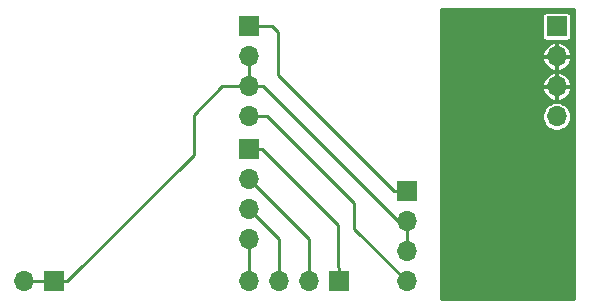
<source format=gtl>
G04 #@! TF.GenerationSoftware,KiCad,Pcbnew,5.1.5*
G04 #@! TF.CreationDate,2020-05-30T11:49:08+02:00*
G04 #@! TF.ProjectId,PIV_CDMix,5049565f-4344-44d6-9978-2e6b69636164,rev?*
G04 #@! TF.SameCoordinates,Original*
G04 #@! TF.FileFunction,Copper,L1,Top*
G04 #@! TF.FilePolarity,Positive*
%FSLAX46Y46*%
G04 Gerber Fmt 4.6, Leading zero omitted, Abs format (unit mm)*
G04 Created by KiCad (PCBNEW 5.1.5) date 2020-05-30 11:49:08*
%MOMM*%
%LPD*%
G04 APERTURE LIST*
%ADD10O,1.700000X1.700000*%
%ADD11R,1.700000X1.700000*%
%ADD12C,0.250000*%
%ADD13C,0.254000*%
G04 APERTURE END LIST*
D10*
X170815000Y-102870000D03*
X170815000Y-100330000D03*
X170815000Y-97790000D03*
D11*
X170815000Y-95250000D03*
D10*
X144780000Y-116840000D03*
X147320000Y-116840000D03*
X149860000Y-116840000D03*
D11*
X152400000Y-116840000D03*
D10*
X158115000Y-116840000D03*
X158115000Y-114300000D03*
X158115000Y-111760000D03*
D11*
X158115000Y-109220000D03*
D10*
X125730000Y-116840000D03*
D11*
X128270000Y-116840000D03*
D10*
X144780000Y-102870000D03*
X144780000Y-100330000D03*
X144780000Y-97790000D03*
D11*
X144780000Y-95250000D03*
D10*
X144780000Y-113284000D03*
X144780000Y-110744000D03*
X144780000Y-108204000D03*
D11*
X144780000Y-105664000D03*
D12*
X144780000Y-116840000D02*
X144780000Y-113284000D01*
X147320000Y-113284000D02*
X144780000Y-110744000D01*
X147320000Y-116840000D02*
X147320000Y-113284000D01*
X149860000Y-113284000D02*
X144780000Y-108204000D01*
X149860000Y-116840000D02*
X149860000Y-113284000D01*
X152400000Y-115740000D02*
X152273000Y-115613000D01*
X152400000Y-116840000D02*
X152400000Y-115740000D01*
X152273000Y-112057000D02*
X145880000Y-105664000D01*
X145880000Y-105664000D02*
X144780000Y-105664000D01*
X152273000Y-115613000D02*
X152273000Y-112057000D01*
X146304000Y-102870000D02*
X144780000Y-102870000D01*
X158115000Y-116840000D02*
X153670000Y-112395000D01*
X153670000Y-110236000D02*
X146304000Y-102870000D01*
X153670000Y-112395000D02*
X153670000Y-110236000D01*
X158115000Y-114300000D02*
X158115000Y-111760000D01*
X144780000Y-99127919D02*
X144780000Y-97790000D01*
X144780000Y-100330000D02*
X144780000Y-99127919D01*
X126932081Y-116840000D02*
X128270000Y-116840000D01*
X125730000Y-116840000D02*
X126932081Y-116840000D01*
X129370000Y-116840000D02*
X140081000Y-106129000D01*
X128270000Y-116840000D02*
X129370000Y-116840000D01*
X140081000Y-106129000D02*
X140081000Y-102743000D01*
X142494000Y-100330000D02*
X144780000Y-100330000D01*
X140081000Y-102743000D02*
X142494000Y-100330000D01*
X158115000Y-111760000D02*
X157353000Y-111760000D01*
X145796000Y-100330000D02*
X144780000Y-100330000D01*
X145923000Y-100330000D02*
X145796000Y-100330000D01*
X157353000Y-111760000D02*
X145923000Y-100330000D01*
X147193000Y-99398000D02*
X147193000Y-95758000D01*
X146685000Y-95250000D02*
X144780000Y-95250000D01*
X158115000Y-109220000D02*
X157015000Y-109220000D01*
X147193000Y-95758000D02*
X146685000Y-95250000D01*
X157015000Y-109220000D02*
X147193000Y-99398000D01*
D13*
G36*
X172314000Y-118339000D02*
G01*
X161036000Y-118339000D01*
X161036000Y-102748757D01*
X169584000Y-102748757D01*
X169584000Y-102991243D01*
X169631307Y-103229069D01*
X169724102Y-103453097D01*
X169858820Y-103654717D01*
X170030283Y-103826180D01*
X170231903Y-103960898D01*
X170455931Y-104053693D01*
X170693757Y-104101000D01*
X170936243Y-104101000D01*
X171174069Y-104053693D01*
X171398097Y-103960898D01*
X171599717Y-103826180D01*
X171771180Y-103654717D01*
X171905898Y-103453097D01*
X171998693Y-103229069D01*
X172046000Y-102991243D01*
X172046000Y-102748757D01*
X171998693Y-102510931D01*
X171905898Y-102286903D01*
X171771180Y-102085283D01*
X171599717Y-101913820D01*
X171398097Y-101779102D01*
X171174069Y-101686307D01*
X170936243Y-101639000D01*
X170693757Y-101639000D01*
X170455931Y-101686307D01*
X170231903Y-101779102D01*
X170030283Y-101913820D01*
X169858820Y-102085283D01*
X169724102Y-102286903D01*
X169631307Y-102510931D01*
X169584000Y-102748757D01*
X161036000Y-102748757D01*
X161036000Y-100547617D01*
X169603388Y-100547617D01*
X169612336Y-100592612D01*
X169686678Y-100822194D01*
X169804381Y-101032861D01*
X169960921Y-101216518D01*
X170150283Y-101366106D01*
X170365190Y-101475877D01*
X170597383Y-101541613D01*
X170789600Y-101465489D01*
X170789600Y-100355400D01*
X170840400Y-100355400D01*
X170840400Y-101465489D01*
X171032617Y-101541613D01*
X171264810Y-101475877D01*
X171479717Y-101366106D01*
X171669079Y-101216518D01*
X171825619Y-101032861D01*
X171943322Y-100822194D01*
X172017664Y-100592612D01*
X172026612Y-100547617D01*
X171950466Y-100355400D01*
X170840400Y-100355400D01*
X170789600Y-100355400D01*
X169679534Y-100355400D01*
X169603388Y-100547617D01*
X161036000Y-100547617D01*
X161036000Y-100112383D01*
X169603388Y-100112383D01*
X169679534Y-100304600D01*
X170789600Y-100304600D01*
X170789600Y-99194511D01*
X170840400Y-99194511D01*
X170840400Y-100304600D01*
X171950466Y-100304600D01*
X172026612Y-100112383D01*
X172017664Y-100067388D01*
X171943322Y-99837806D01*
X171825619Y-99627139D01*
X171669079Y-99443482D01*
X171479717Y-99293894D01*
X171264810Y-99184123D01*
X171032617Y-99118387D01*
X170840400Y-99194511D01*
X170789600Y-99194511D01*
X170597383Y-99118387D01*
X170365190Y-99184123D01*
X170150283Y-99293894D01*
X169960921Y-99443482D01*
X169804381Y-99627139D01*
X169686678Y-99837806D01*
X169612336Y-100067388D01*
X169603388Y-100112383D01*
X161036000Y-100112383D01*
X161036000Y-98007617D01*
X169603388Y-98007617D01*
X169612336Y-98052612D01*
X169686678Y-98282194D01*
X169804381Y-98492861D01*
X169960921Y-98676518D01*
X170150283Y-98826106D01*
X170365190Y-98935877D01*
X170597383Y-99001613D01*
X170789600Y-98925489D01*
X170789600Y-97815400D01*
X170840400Y-97815400D01*
X170840400Y-98925489D01*
X171032617Y-99001613D01*
X171264810Y-98935877D01*
X171479717Y-98826106D01*
X171669079Y-98676518D01*
X171825619Y-98492861D01*
X171943322Y-98282194D01*
X172017664Y-98052612D01*
X172026612Y-98007617D01*
X171950466Y-97815400D01*
X170840400Y-97815400D01*
X170789600Y-97815400D01*
X169679534Y-97815400D01*
X169603388Y-98007617D01*
X161036000Y-98007617D01*
X161036000Y-97572383D01*
X169603388Y-97572383D01*
X169679534Y-97764600D01*
X170789600Y-97764600D01*
X170789600Y-96654511D01*
X170840400Y-96654511D01*
X170840400Y-97764600D01*
X171950466Y-97764600D01*
X172026612Y-97572383D01*
X172017664Y-97527388D01*
X171943322Y-97297806D01*
X171825619Y-97087139D01*
X171669079Y-96903482D01*
X171479717Y-96753894D01*
X171264810Y-96644123D01*
X171032617Y-96578387D01*
X170840400Y-96654511D01*
X170789600Y-96654511D01*
X170597383Y-96578387D01*
X170365190Y-96644123D01*
X170150283Y-96753894D01*
X169960921Y-96903482D01*
X169804381Y-97087139D01*
X169686678Y-97297806D01*
X169612336Y-97527388D01*
X169603388Y-97572383D01*
X161036000Y-97572383D01*
X161036000Y-94400000D01*
X169582157Y-94400000D01*
X169582157Y-96100000D01*
X169589513Y-96174689D01*
X169611299Y-96246508D01*
X169646678Y-96312696D01*
X169694289Y-96370711D01*
X169752304Y-96418322D01*
X169818492Y-96453701D01*
X169890311Y-96475487D01*
X169965000Y-96482843D01*
X171665000Y-96482843D01*
X171739689Y-96475487D01*
X171811508Y-96453701D01*
X171877696Y-96418322D01*
X171935711Y-96370711D01*
X171983322Y-96312696D01*
X172018701Y-96246508D01*
X172040487Y-96174689D01*
X172047843Y-96100000D01*
X172047843Y-94400000D01*
X172040487Y-94325311D01*
X172018701Y-94253492D01*
X171983322Y-94187304D01*
X171935711Y-94129289D01*
X171877696Y-94081678D01*
X171811508Y-94046299D01*
X171739689Y-94024513D01*
X171665000Y-94017157D01*
X169965000Y-94017157D01*
X169890311Y-94024513D01*
X169818492Y-94046299D01*
X169752304Y-94081678D01*
X169694289Y-94129289D01*
X169646678Y-94187304D01*
X169611299Y-94253492D01*
X169589513Y-94325311D01*
X169582157Y-94400000D01*
X161036000Y-94400000D01*
X161036000Y-93751000D01*
X172314001Y-93751000D01*
X172314000Y-118339000D01*
G37*
X172314000Y-118339000D02*
X161036000Y-118339000D01*
X161036000Y-102748757D01*
X169584000Y-102748757D01*
X169584000Y-102991243D01*
X169631307Y-103229069D01*
X169724102Y-103453097D01*
X169858820Y-103654717D01*
X170030283Y-103826180D01*
X170231903Y-103960898D01*
X170455931Y-104053693D01*
X170693757Y-104101000D01*
X170936243Y-104101000D01*
X171174069Y-104053693D01*
X171398097Y-103960898D01*
X171599717Y-103826180D01*
X171771180Y-103654717D01*
X171905898Y-103453097D01*
X171998693Y-103229069D01*
X172046000Y-102991243D01*
X172046000Y-102748757D01*
X171998693Y-102510931D01*
X171905898Y-102286903D01*
X171771180Y-102085283D01*
X171599717Y-101913820D01*
X171398097Y-101779102D01*
X171174069Y-101686307D01*
X170936243Y-101639000D01*
X170693757Y-101639000D01*
X170455931Y-101686307D01*
X170231903Y-101779102D01*
X170030283Y-101913820D01*
X169858820Y-102085283D01*
X169724102Y-102286903D01*
X169631307Y-102510931D01*
X169584000Y-102748757D01*
X161036000Y-102748757D01*
X161036000Y-100547617D01*
X169603388Y-100547617D01*
X169612336Y-100592612D01*
X169686678Y-100822194D01*
X169804381Y-101032861D01*
X169960921Y-101216518D01*
X170150283Y-101366106D01*
X170365190Y-101475877D01*
X170597383Y-101541613D01*
X170789600Y-101465489D01*
X170789600Y-100355400D01*
X170840400Y-100355400D01*
X170840400Y-101465489D01*
X171032617Y-101541613D01*
X171264810Y-101475877D01*
X171479717Y-101366106D01*
X171669079Y-101216518D01*
X171825619Y-101032861D01*
X171943322Y-100822194D01*
X172017664Y-100592612D01*
X172026612Y-100547617D01*
X171950466Y-100355400D01*
X170840400Y-100355400D01*
X170789600Y-100355400D01*
X169679534Y-100355400D01*
X169603388Y-100547617D01*
X161036000Y-100547617D01*
X161036000Y-100112383D01*
X169603388Y-100112383D01*
X169679534Y-100304600D01*
X170789600Y-100304600D01*
X170789600Y-99194511D01*
X170840400Y-99194511D01*
X170840400Y-100304600D01*
X171950466Y-100304600D01*
X172026612Y-100112383D01*
X172017664Y-100067388D01*
X171943322Y-99837806D01*
X171825619Y-99627139D01*
X171669079Y-99443482D01*
X171479717Y-99293894D01*
X171264810Y-99184123D01*
X171032617Y-99118387D01*
X170840400Y-99194511D01*
X170789600Y-99194511D01*
X170597383Y-99118387D01*
X170365190Y-99184123D01*
X170150283Y-99293894D01*
X169960921Y-99443482D01*
X169804381Y-99627139D01*
X169686678Y-99837806D01*
X169612336Y-100067388D01*
X169603388Y-100112383D01*
X161036000Y-100112383D01*
X161036000Y-98007617D01*
X169603388Y-98007617D01*
X169612336Y-98052612D01*
X169686678Y-98282194D01*
X169804381Y-98492861D01*
X169960921Y-98676518D01*
X170150283Y-98826106D01*
X170365190Y-98935877D01*
X170597383Y-99001613D01*
X170789600Y-98925489D01*
X170789600Y-97815400D01*
X170840400Y-97815400D01*
X170840400Y-98925489D01*
X171032617Y-99001613D01*
X171264810Y-98935877D01*
X171479717Y-98826106D01*
X171669079Y-98676518D01*
X171825619Y-98492861D01*
X171943322Y-98282194D01*
X172017664Y-98052612D01*
X172026612Y-98007617D01*
X171950466Y-97815400D01*
X170840400Y-97815400D01*
X170789600Y-97815400D01*
X169679534Y-97815400D01*
X169603388Y-98007617D01*
X161036000Y-98007617D01*
X161036000Y-97572383D01*
X169603388Y-97572383D01*
X169679534Y-97764600D01*
X170789600Y-97764600D01*
X170789600Y-96654511D01*
X170840400Y-96654511D01*
X170840400Y-97764600D01*
X171950466Y-97764600D01*
X172026612Y-97572383D01*
X172017664Y-97527388D01*
X171943322Y-97297806D01*
X171825619Y-97087139D01*
X171669079Y-96903482D01*
X171479717Y-96753894D01*
X171264810Y-96644123D01*
X171032617Y-96578387D01*
X170840400Y-96654511D01*
X170789600Y-96654511D01*
X170597383Y-96578387D01*
X170365190Y-96644123D01*
X170150283Y-96753894D01*
X169960921Y-96903482D01*
X169804381Y-97087139D01*
X169686678Y-97297806D01*
X169612336Y-97527388D01*
X169603388Y-97572383D01*
X161036000Y-97572383D01*
X161036000Y-94400000D01*
X169582157Y-94400000D01*
X169582157Y-96100000D01*
X169589513Y-96174689D01*
X169611299Y-96246508D01*
X169646678Y-96312696D01*
X169694289Y-96370711D01*
X169752304Y-96418322D01*
X169818492Y-96453701D01*
X169890311Y-96475487D01*
X169965000Y-96482843D01*
X171665000Y-96482843D01*
X171739689Y-96475487D01*
X171811508Y-96453701D01*
X171877696Y-96418322D01*
X171935711Y-96370711D01*
X171983322Y-96312696D01*
X172018701Y-96246508D01*
X172040487Y-96174689D01*
X172047843Y-96100000D01*
X172047843Y-94400000D01*
X172040487Y-94325311D01*
X172018701Y-94253492D01*
X171983322Y-94187304D01*
X171935711Y-94129289D01*
X171877696Y-94081678D01*
X171811508Y-94046299D01*
X171739689Y-94024513D01*
X171665000Y-94017157D01*
X169965000Y-94017157D01*
X169890311Y-94024513D01*
X169818492Y-94046299D01*
X169752304Y-94081678D01*
X169694289Y-94129289D01*
X169646678Y-94187304D01*
X169611299Y-94253492D01*
X169589513Y-94325311D01*
X169582157Y-94400000D01*
X161036000Y-94400000D01*
X161036000Y-93751000D01*
X172314001Y-93751000D01*
X172314000Y-118339000D01*
M02*

</source>
